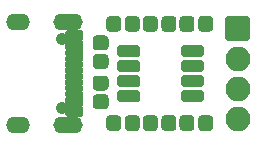
<source format=gbr>
G04 #@! TF.GenerationSoftware,KiCad,Pcbnew,5.1.9*
G04 #@! TF.CreationDate,2021-01-09T08:42:39+01:00*
G04 #@! TF.ProjectId,CH330,43483333-302e-46b6-9963-61645f706362,rev?*
G04 #@! TF.SameCoordinates,Original*
G04 #@! TF.FileFunction,Soldermask,Top*
G04 #@! TF.FilePolarity,Negative*
%FSLAX46Y46*%
G04 Gerber Fmt 4.6, Leading zero omitted, Abs format (unit mm)*
G04 Created by KiCad (PCBNEW 5.1.9) date 2021-01-09 08:42:39*
%MOMM*%
%LPD*%
G01*
G04 APERTURE LIST*
%ADD10O,2.500000X1.400000*%
%ADD11O,2.000000X1.400000*%
%ADD12C,1.050000*%
%ADD13O,2.100000X2.100000*%
G04 APERTURE END LIST*
D10*
X183005000Y-75680000D03*
X183005000Y-84320000D03*
D11*
X178825000Y-75680000D03*
X178825000Y-84320000D03*
D12*
X182505000Y-82890000D03*
X182505000Y-77110000D03*
G36*
G01*
X182995000Y-82700000D02*
X184145000Y-82700000D01*
G75*
G02*
X184345000Y-82900000I0J-200000D01*
G01*
X184345000Y-83200000D01*
G75*
G02*
X184145000Y-83400000I-200000J0D01*
G01*
X182995000Y-83400000D01*
G75*
G02*
X182795000Y-83200000I0J200000D01*
G01*
X182795000Y-82900000D01*
G75*
G02*
X182995000Y-82700000I200000J0D01*
G01*
G37*
G36*
G01*
X182995000Y-81900000D02*
X184145000Y-81900000D01*
G75*
G02*
X184345000Y-82100000I0J-200000D01*
G01*
X184345000Y-82400000D01*
G75*
G02*
X184145000Y-82600000I-200000J0D01*
G01*
X182995000Y-82600000D01*
G75*
G02*
X182795000Y-82400000I0J200000D01*
G01*
X182795000Y-82100000D01*
G75*
G02*
X182995000Y-81900000I200000J0D01*
G01*
G37*
G36*
G01*
X182995000Y-81400000D02*
X184145000Y-81400000D01*
G75*
G02*
X184345000Y-81600000I0J-200000D01*
G01*
X184345000Y-81900000D01*
G75*
G02*
X184145000Y-82100000I-200000J0D01*
G01*
X182995000Y-82100000D01*
G75*
G02*
X182795000Y-81900000I0J200000D01*
G01*
X182795000Y-81600000D01*
G75*
G02*
X182995000Y-81400000I200000J0D01*
G01*
G37*
G36*
G01*
X182995000Y-80900000D02*
X184145000Y-80900000D01*
G75*
G02*
X184345000Y-81100000I0J-200000D01*
G01*
X184345000Y-81400000D01*
G75*
G02*
X184145000Y-81600000I-200000J0D01*
G01*
X182995000Y-81600000D01*
G75*
G02*
X182795000Y-81400000I0J200000D01*
G01*
X182795000Y-81100000D01*
G75*
G02*
X182995000Y-80900000I200000J0D01*
G01*
G37*
G36*
G01*
X182995000Y-80400000D02*
X184145000Y-80400000D01*
G75*
G02*
X184345000Y-80600000I0J-200000D01*
G01*
X184345000Y-80900000D01*
G75*
G02*
X184145000Y-81100000I-200000J0D01*
G01*
X182995000Y-81100000D01*
G75*
G02*
X182795000Y-80900000I0J200000D01*
G01*
X182795000Y-80600000D01*
G75*
G02*
X182995000Y-80400000I200000J0D01*
G01*
G37*
G36*
G01*
X182995000Y-79900000D02*
X184145000Y-79900000D01*
G75*
G02*
X184345000Y-80100000I0J-200000D01*
G01*
X184345000Y-80400000D01*
G75*
G02*
X184145000Y-80600000I-200000J0D01*
G01*
X182995000Y-80600000D01*
G75*
G02*
X182795000Y-80400000I0J200000D01*
G01*
X182795000Y-80100000D01*
G75*
G02*
X182995000Y-79900000I200000J0D01*
G01*
G37*
G36*
G01*
X182995000Y-79400000D02*
X184145000Y-79400000D01*
G75*
G02*
X184345000Y-79600000I0J-200000D01*
G01*
X184345000Y-79900000D01*
G75*
G02*
X184145000Y-80100000I-200000J0D01*
G01*
X182995000Y-80100000D01*
G75*
G02*
X182795000Y-79900000I0J200000D01*
G01*
X182795000Y-79600000D01*
G75*
G02*
X182995000Y-79400000I200000J0D01*
G01*
G37*
G36*
G01*
X182995000Y-78900000D02*
X184145000Y-78900000D01*
G75*
G02*
X184345000Y-79100000I0J-200000D01*
G01*
X184345000Y-79400000D01*
G75*
G02*
X184145000Y-79600000I-200000J0D01*
G01*
X182995000Y-79600000D01*
G75*
G02*
X182795000Y-79400000I0J200000D01*
G01*
X182795000Y-79100000D01*
G75*
G02*
X182995000Y-78900000I200000J0D01*
G01*
G37*
G36*
G01*
X182995000Y-78400000D02*
X184145000Y-78400000D01*
G75*
G02*
X184345000Y-78600000I0J-200000D01*
G01*
X184345000Y-78900000D01*
G75*
G02*
X184145000Y-79100000I-200000J0D01*
G01*
X182995000Y-79100000D01*
G75*
G02*
X182795000Y-78900000I0J200000D01*
G01*
X182795000Y-78600000D01*
G75*
G02*
X182995000Y-78400000I200000J0D01*
G01*
G37*
G36*
G01*
X182995000Y-77900000D02*
X184145000Y-77900000D01*
G75*
G02*
X184345000Y-78100000I0J-200000D01*
G01*
X184345000Y-78400000D01*
G75*
G02*
X184145000Y-78600000I-200000J0D01*
G01*
X182995000Y-78600000D01*
G75*
G02*
X182795000Y-78400000I0J200000D01*
G01*
X182795000Y-78100000D01*
G75*
G02*
X182995000Y-77900000I200000J0D01*
G01*
G37*
G36*
G01*
X182995000Y-77100000D02*
X184145000Y-77100000D01*
G75*
G02*
X184345000Y-77300000I0J-200000D01*
G01*
X184345000Y-77600000D01*
G75*
G02*
X184145000Y-77800000I-200000J0D01*
G01*
X182995000Y-77800000D01*
G75*
G02*
X182795000Y-77600000I0J200000D01*
G01*
X182795000Y-77300000D01*
G75*
G02*
X182995000Y-77100000I200000J0D01*
G01*
G37*
G36*
G01*
X182995000Y-76300000D02*
X184145000Y-76300000D01*
G75*
G02*
X184345000Y-76500000I0J-200000D01*
G01*
X184345000Y-76800000D01*
G75*
G02*
X184145000Y-77000000I-200000J0D01*
G01*
X182995000Y-77000000D01*
G75*
G02*
X182795000Y-76800000I0J200000D01*
G01*
X182795000Y-76500000D01*
G75*
G02*
X182995000Y-76300000I200000J0D01*
G01*
G37*
G36*
G01*
X182995000Y-76600000D02*
X184145000Y-76600000D01*
G75*
G02*
X184345000Y-76800000I0J-200000D01*
G01*
X184345000Y-77100000D01*
G75*
G02*
X184145000Y-77300000I-200000J0D01*
G01*
X182995000Y-77300000D01*
G75*
G02*
X182795000Y-77100000I0J200000D01*
G01*
X182795000Y-76800000D01*
G75*
G02*
X182995000Y-76600000I200000J0D01*
G01*
G37*
G36*
G01*
X182995000Y-77400000D02*
X184145000Y-77400000D01*
G75*
G02*
X184345000Y-77600000I0J-200000D01*
G01*
X184345000Y-77900000D01*
G75*
G02*
X184145000Y-78100000I-200000J0D01*
G01*
X182995000Y-78100000D01*
G75*
G02*
X182795000Y-77900000I0J200000D01*
G01*
X182795000Y-77600000D01*
G75*
G02*
X182995000Y-77400000I200000J0D01*
G01*
G37*
G36*
G01*
X182995000Y-82200000D02*
X184145000Y-82200000D01*
G75*
G02*
X184345000Y-82400000I0J-200000D01*
G01*
X184345000Y-82700000D01*
G75*
G02*
X184145000Y-82900000I-200000J0D01*
G01*
X182995000Y-82900000D01*
G75*
G02*
X182795000Y-82700000I0J200000D01*
G01*
X182795000Y-82400000D01*
G75*
G02*
X182995000Y-82200000I200000J0D01*
G01*
G37*
G36*
G01*
X182995000Y-83000000D02*
X184145000Y-83000000D01*
G75*
G02*
X184345000Y-83200000I0J-200000D01*
G01*
X184345000Y-83500000D01*
G75*
G02*
X184145000Y-83700000I-200000J0D01*
G01*
X182995000Y-83700000D01*
G75*
G02*
X182795000Y-83500000I0J200000D01*
G01*
X182795000Y-83200000D01*
G75*
G02*
X182995000Y-83000000I200000J0D01*
G01*
G37*
D13*
X197400000Y-83820000D03*
X197400000Y-81280000D03*
X197400000Y-78740000D03*
G36*
G01*
X196350000Y-77050000D02*
X196350000Y-75350000D01*
G75*
G02*
X196550000Y-75150000I200000J0D01*
G01*
X198250000Y-75150000D01*
G75*
G02*
X198450000Y-75350000I0J-200000D01*
G01*
X198450000Y-77050000D01*
G75*
G02*
X198250000Y-77250000I-200000J0D01*
G01*
X196550000Y-77250000D01*
G75*
G02*
X196350000Y-77050000I0J200000D01*
G01*
G37*
G36*
G01*
X194050000Y-76156250D02*
X194050000Y-75443750D01*
G75*
G02*
X194368750Y-75125000I318750J0D01*
G01*
X195006250Y-75125000D01*
G75*
G02*
X195325000Y-75443750I0J-318750D01*
G01*
X195325000Y-76156250D01*
G75*
G02*
X195006250Y-76475000I-318750J0D01*
G01*
X194368750Y-76475000D01*
G75*
G02*
X194050000Y-76156250I0J318750D01*
G01*
G37*
G36*
G01*
X192475000Y-76156250D02*
X192475000Y-75443750D01*
G75*
G02*
X192793750Y-75125000I318750J0D01*
G01*
X193431250Y-75125000D01*
G75*
G02*
X193750000Y-75443750I0J-318750D01*
G01*
X193750000Y-76156250D01*
G75*
G02*
X193431250Y-76475000I-318750J0D01*
G01*
X192793750Y-76475000D01*
G75*
G02*
X192475000Y-76156250I0J318750D01*
G01*
G37*
G36*
G01*
X195325000Y-83843750D02*
X195325000Y-84556250D01*
G75*
G02*
X195006250Y-84875000I-318750J0D01*
G01*
X194368750Y-84875000D01*
G75*
G02*
X194050000Y-84556250I0J318750D01*
G01*
X194050000Y-83843750D01*
G75*
G02*
X194368750Y-83525000I318750J0D01*
G01*
X195006250Y-83525000D01*
G75*
G02*
X195325000Y-83843750I0J-318750D01*
G01*
G37*
G36*
G01*
X193750000Y-83843750D02*
X193750000Y-84556250D01*
G75*
G02*
X193431250Y-84875000I-318750J0D01*
G01*
X192793750Y-84875000D01*
G75*
G02*
X192475000Y-84556250I0J318750D01*
G01*
X192475000Y-83843750D01*
G75*
G02*
X192793750Y-83525000I318750J0D01*
G01*
X193431250Y-83525000D01*
G75*
G02*
X193750000Y-83843750I0J-318750D01*
G01*
G37*
G36*
G01*
X187550000Y-75443750D02*
X187550000Y-76156250D01*
G75*
G02*
X187231250Y-76475000I-318750J0D01*
G01*
X186593750Y-76475000D01*
G75*
G02*
X186275000Y-76156250I0J318750D01*
G01*
X186275000Y-75443750D01*
G75*
G02*
X186593750Y-75125000I318750J0D01*
G01*
X187231250Y-75125000D01*
G75*
G02*
X187550000Y-75443750I0J-318750D01*
G01*
G37*
G36*
G01*
X189125000Y-75443750D02*
X189125000Y-76156250D01*
G75*
G02*
X188806250Y-76475000I-318750J0D01*
G01*
X188168750Y-76475000D01*
G75*
G02*
X187850000Y-76156250I0J318750D01*
G01*
X187850000Y-75443750D01*
G75*
G02*
X188168750Y-75125000I318750J0D01*
G01*
X188806250Y-75125000D01*
G75*
G02*
X189125000Y-75443750I0J-318750D01*
G01*
G37*
G36*
G01*
X189125000Y-83843750D02*
X189125000Y-84556250D01*
G75*
G02*
X188806250Y-84875000I-318750J0D01*
G01*
X188168750Y-84875000D01*
G75*
G02*
X187850000Y-84556250I0J318750D01*
G01*
X187850000Y-83843750D01*
G75*
G02*
X188168750Y-83525000I318750J0D01*
G01*
X188806250Y-83525000D01*
G75*
G02*
X189125000Y-83843750I0J-318750D01*
G01*
G37*
G36*
G01*
X187550000Y-83843750D02*
X187550000Y-84556250D01*
G75*
G02*
X187231250Y-84875000I-318750J0D01*
G01*
X186593750Y-84875000D01*
G75*
G02*
X186275000Y-84556250I0J318750D01*
G01*
X186275000Y-83843750D01*
G75*
G02*
X186593750Y-83525000I318750J0D01*
G01*
X187231250Y-83525000D01*
G75*
G02*
X187550000Y-83843750I0J-318750D01*
G01*
G37*
G36*
G01*
X187225000Y-78395000D02*
X187225000Y-77795000D01*
G75*
G02*
X187425000Y-77595000I200000J0D01*
G01*
X188975000Y-77595000D01*
G75*
G02*
X189175000Y-77795000I0J-200000D01*
G01*
X189175000Y-78395000D01*
G75*
G02*
X188975000Y-78595000I-200000J0D01*
G01*
X187425000Y-78595000D01*
G75*
G02*
X187225000Y-78395000I0J200000D01*
G01*
G37*
G36*
G01*
X187225000Y-79665000D02*
X187225000Y-79065000D01*
G75*
G02*
X187425000Y-78865000I200000J0D01*
G01*
X188975000Y-78865000D01*
G75*
G02*
X189175000Y-79065000I0J-200000D01*
G01*
X189175000Y-79665000D01*
G75*
G02*
X188975000Y-79865000I-200000J0D01*
G01*
X187425000Y-79865000D01*
G75*
G02*
X187225000Y-79665000I0J200000D01*
G01*
G37*
G36*
G01*
X187225000Y-80935000D02*
X187225000Y-80335000D01*
G75*
G02*
X187425000Y-80135000I200000J0D01*
G01*
X188975000Y-80135000D01*
G75*
G02*
X189175000Y-80335000I0J-200000D01*
G01*
X189175000Y-80935000D01*
G75*
G02*
X188975000Y-81135000I-200000J0D01*
G01*
X187425000Y-81135000D01*
G75*
G02*
X187225000Y-80935000I0J200000D01*
G01*
G37*
G36*
G01*
X187225000Y-82205000D02*
X187225000Y-81605000D01*
G75*
G02*
X187425000Y-81405000I200000J0D01*
G01*
X188975000Y-81405000D01*
G75*
G02*
X189175000Y-81605000I0J-200000D01*
G01*
X189175000Y-82205000D01*
G75*
G02*
X188975000Y-82405000I-200000J0D01*
G01*
X187425000Y-82405000D01*
G75*
G02*
X187225000Y-82205000I0J200000D01*
G01*
G37*
G36*
G01*
X192625000Y-82205000D02*
X192625000Y-81605000D01*
G75*
G02*
X192825000Y-81405000I200000J0D01*
G01*
X194375000Y-81405000D01*
G75*
G02*
X194575000Y-81605000I0J-200000D01*
G01*
X194575000Y-82205000D01*
G75*
G02*
X194375000Y-82405000I-200000J0D01*
G01*
X192825000Y-82405000D01*
G75*
G02*
X192625000Y-82205000I0J200000D01*
G01*
G37*
G36*
G01*
X192625000Y-80935000D02*
X192625000Y-80335000D01*
G75*
G02*
X192825000Y-80135000I200000J0D01*
G01*
X194375000Y-80135000D01*
G75*
G02*
X194575000Y-80335000I0J-200000D01*
G01*
X194575000Y-80935000D01*
G75*
G02*
X194375000Y-81135000I-200000J0D01*
G01*
X192825000Y-81135000D01*
G75*
G02*
X192625000Y-80935000I0J200000D01*
G01*
G37*
G36*
G01*
X192625000Y-79665000D02*
X192625000Y-79065000D01*
G75*
G02*
X192825000Y-78865000I200000J0D01*
G01*
X194375000Y-78865000D01*
G75*
G02*
X194575000Y-79065000I0J-200000D01*
G01*
X194575000Y-79665000D01*
G75*
G02*
X194375000Y-79865000I-200000J0D01*
G01*
X192825000Y-79865000D01*
G75*
G02*
X192625000Y-79665000I0J200000D01*
G01*
G37*
G36*
G01*
X192625000Y-78395000D02*
X192625000Y-77795000D01*
G75*
G02*
X192825000Y-77595000I200000J0D01*
G01*
X194375000Y-77595000D01*
G75*
G02*
X194575000Y-77795000I0J-200000D01*
G01*
X194575000Y-78395000D01*
G75*
G02*
X194375000Y-78595000I-200000J0D01*
G01*
X192825000Y-78595000D01*
G75*
G02*
X192625000Y-78395000I0J200000D01*
G01*
G37*
G36*
G01*
X190950000Y-76156250D02*
X190950000Y-75443750D01*
G75*
G02*
X191268750Y-75125000I318750J0D01*
G01*
X191906250Y-75125000D01*
G75*
G02*
X192225000Y-75443750I0J-318750D01*
G01*
X192225000Y-76156250D01*
G75*
G02*
X191906250Y-76475000I-318750J0D01*
G01*
X191268750Y-76475000D01*
G75*
G02*
X190950000Y-76156250I0J318750D01*
G01*
G37*
G36*
G01*
X189375000Y-76156250D02*
X189375000Y-75443750D01*
G75*
G02*
X189693750Y-75125000I318750J0D01*
G01*
X190331250Y-75125000D01*
G75*
G02*
X190650000Y-75443750I0J-318750D01*
G01*
X190650000Y-76156250D01*
G75*
G02*
X190331250Y-76475000I-318750J0D01*
G01*
X189693750Y-76475000D01*
G75*
G02*
X189375000Y-76156250I0J318750D01*
G01*
G37*
G36*
G01*
X189375000Y-84556250D02*
X189375000Y-83843750D01*
G75*
G02*
X189693750Y-83525000I318750J0D01*
G01*
X190331250Y-83525000D01*
G75*
G02*
X190650000Y-83843750I0J-318750D01*
G01*
X190650000Y-84556250D01*
G75*
G02*
X190331250Y-84875000I-318750J0D01*
G01*
X189693750Y-84875000D01*
G75*
G02*
X189375000Y-84556250I0J318750D01*
G01*
G37*
G36*
G01*
X190950000Y-84556250D02*
X190950000Y-83843750D01*
G75*
G02*
X191268750Y-83525000I318750J0D01*
G01*
X191906250Y-83525000D01*
G75*
G02*
X192225000Y-83843750I0J-318750D01*
G01*
X192225000Y-84556250D01*
G75*
G02*
X191906250Y-84875000I-318750J0D01*
G01*
X191268750Y-84875000D01*
G75*
G02*
X190950000Y-84556250I0J318750D01*
G01*
G37*
G36*
G01*
X185443750Y-76775000D02*
X186156250Y-76775000D01*
G75*
G02*
X186475000Y-77093750I0J-318750D01*
G01*
X186475000Y-77731250D01*
G75*
G02*
X186156250Y-78050000I-318750J0D01*
G01*
X185443750Y-78050000D01*
G75*
G02*
X185125000Y-77731250I0J318750D01*
G01*
X185125000Y-77093750D01*
G75*
G02*
X185443750Y-76775000I318750J0D01*
G01*
G37*
G36*
G01*
X185443750Y-78350000D02*
X186156250Y-78350000D01*
G75*
G02*
X186475000Y-78668750I0J-318750D01*
G01*
X186475000Y-79306250D01*
G75*
G02*
X186156250Y-79625000I-318750J0D01*
G01*
X185443750Y-79625000D01*
G75*
G02*
X185125000Y-79306250I0J318750D01*
G01*
X185125000Y-78668750D01*
G75*
G02*
X185443750Y-78350000I318750J0D01*
G01*
G37*
G36*
G01*
X186156250Y-81450000D02*
X185443750Y-81450000D01*
G75*
G02*
X185125000Y-81131250I0J318750D01*
G01*
X185125000Y-80493750D01*
G75*
G02*
X185443750Y-80175000I318750J0D01*
G01*
X186156250Y-80175000D01*
G75*
G02*
X186475000Y-80493750I0J-318750D01*
G01*
X186475000Y-81131250D01*
G75*
G02*
X186156250Y-81450000I-318750J0D01*
G01*
G37*
G36*
G01*
X186156250Y-83025000D02*
X185443750Y-83025000D01*
G75*
G02*
X185125000Y-82706250I0J318750D01*
G01*
X185125000Y-82068750D01*
G75*
G02*
X185443750Y-81750000I318750J0D01*
G01*
X186156250Y-81750000D01*
G75*
G02*
X186475000Y-82068750I0J-318750D01*
G01*
X186475000Y-82706250D01*
G75*
G02*
X186156250Y-83025000I-318750J0D01*
G01*
G37*
M02*

</source>
